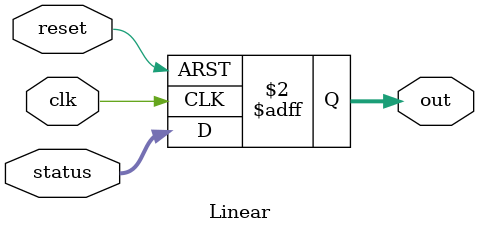
<source format=sv>
module Linear(input logic clk, reset,
	      input logic [1:0] status,
	      output logic [1:0] out);

	// State Register
	always_ff @(posedge clk, posedge reset) begin
	
		if (reset) begin 
			out <= 2'b00;
		end
		
		else begin 
			out <= status;
		end
	end

endmodule

</source>
